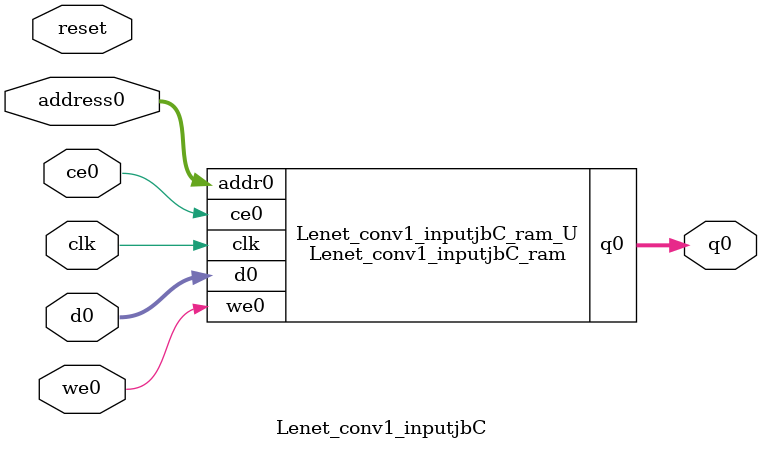
<source format=v>

`timescale 1 ns / 1 ps
module Lenet_conv1_inputjbC_ram (addr0, ce0, d0, we0, q0,  clk);

parameter DWIDTH = 16;
parameter AWIDTH = 3;
parameter MEM_SIZE = 8;

input[AWIDTH-1:0] addr0;
input ce0;
input[DWIDTH-1:0] d0;
input we0;
output reg[DWIDTH-1:0] q0;
input clk;

reg [DWIDTH-1:0] ram[0:MEM_SIZE-1];




always @(posedge clk)  
begin 
    if (ce0) 
    begin
        if (we0) 
        begin 
            ram[addr0] <= d0; 
            q0 <= d0;
        end 
        else 
            q0 <= ram[addr0];
    end
end


endmodule


`timescale 1 ns / 1 ps
module Lenet_conv1_inputjbC(
    reset,
    clk,
    address0,
    ce0,
    we0,
    d0,
    q0);

parameter DataWidth = 32'd16;
parameter AddressRange = 32'd8;
parameter AddressWidth = 32'd3;
input reset;
input clk;
input[AddressWidth - 1:0] address0;
input ce0;
input we0;
input[DataWidth - 1:0] d0;
output[DataWidth - 1:0] q0;



Lenet_conv1_inputjbC_ram Lenet_conv1_inputjbC_ram_U(
    .clk( clk ),
    .addr0( address0 ),
    .ce0( ce0 ),
    .we0( we0 ),
    .d0( d0 ),
    .q0( q0 ));

endmodule


</source>
